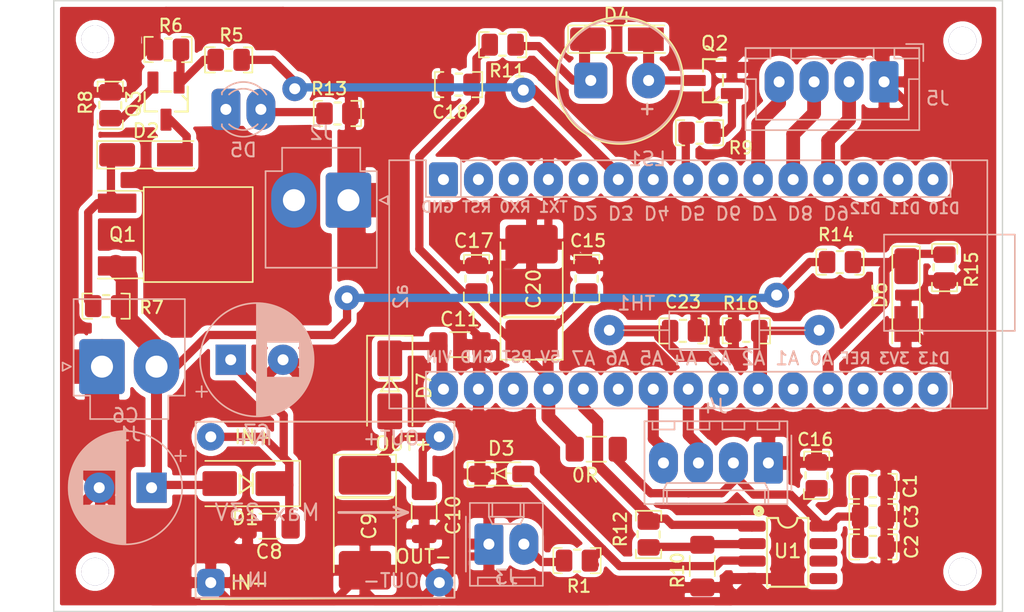
<source format=kicad_pcb>
(kicad_pcb (version 20171130) (host pcbnew "(5.1.10)-1")
  (layers (0 F.Cu signal) (31 B.Cu signal) (34 B.Paste user) (35 F.Paste user) (36 B.SilkS user) (37 F.SilkS user) (38 B.Mask user) (39 F.Mask user) (44 Edge.Cuts user))
  (net 0 "")
  (net 1 /opamp_to_adc)
  (net 2 GND)
  (net 3 /20VDetect)
  (net 4 /env_temp_adc)
  (net 5 /enable_heater)
  (net 6 /enable_env_temp_check)
  (net 7 /sda)
  (net 8 /buzzerPwm)
  (net 9 /scl)
  (net 10 V5.0)
  (net 11 /rot_right)
  (net 12 /V6.0)
  (net 13 /rot_button)
  (net 14 "Net-(C7-Pad1)")
  (net 15 20V)
  (net 16 "Net-(D2-Pad2)")
  (net 17 "Net-(D2-Pad1)")
  (net 18 "Net-(D3-Pad2)")
  (net 19 "Net-(D4-Pad2)")
  (net 20 "Net-(D4-Pad1)")
  (net 21 "Net-(D5-PadK)")
  (net 22 /heaterPower)
  (net 23 /thermal_couple)
  (net 24 "Net-(Q2-PadB)")
  (net 25 "Net-(Q3-PadB)")
  (net 26 "Net-(Q3-PadE)")
  (net 27 "Net-(R10-Pad1)")
  (net 28 "Net-(C10-Pad1)")
  (net 29 /rot_left)
  (net 30 "Net-(a2-Pad1)")
  (net 31 "Net-(a2-Pad17)")
  (net 32 "Net-(a2-Pad2)")
  (net 33 "Net-(a2-Pad18)")
  (net 34 "Net-(a2-Pad3)")
  (net 35 "Net-(a2-Pad20)")
  (net 36 "Net-(a2-Pad5)")
  (net 37 "Net-(a2-Pad7)")
  (net 38 "Net-(a2-Pad9)")
  (net 39 "Net-(a2-Pad25)")
  (net 40 "Net-(a2-Pad28)")
  (net 41 "Net-(a2-Pad13)")
  (net 42 "Net-(a2-Pad14)")
  (net 43 "Net-(a2-Pad15)")
  (net 44 "Net-(a2-Pad16)")
  (module myFootPrintLibs:R_C_0805_2012Metric_Pad1.20x1.50mm_HandSolder (layer F.Cu) (at 36.4 7.2)
    (fp_text reference R11 (at 0.33 1.9) (layer F.SilkS) (effects (font (size 0.9 0.9))))
    (fp_text value 280)
    (pad 1 smd roundrect (at -0.94 0) (size 1.2 1.6) (layers F.Cu F.Paste F.Mask) (roundrect_rratio 0.208) (net 10 V5.0))
    (pad 2 smd roundrect (at 0.94 0) (size 1.2 1.6) (layers F.Cu F.Paste F.Mask) (roundrect_rratio 0.208) (net 20 "Net-(D4-Pad1)"))
  )
  (module myFootPrintLibs:R_C_0805_2012Metric_Pad1.20x1.50mm_HandSolder (layer F.Cu) (at 7.6 26.2)
    (fp_text reference R7 (at 3.3 0.1) (layer F.SilkS) (effects (font (size 0.9 0.9))))
    (fp_text value 2k)
    (pad 1 smd roundrect (at -0.94 0) (size 1.2 1.6) (layers F.Cu F.Paste F.Mask) (roundrect_rratio 0.208) (net 17 "Net-(D2-Pad1)"))
    (pad 2 smd roundrect (at 0.94 0) (size 1.2 1.6) (layers F.Cu F.Paste F.Mask) (roundrect_rratio 0.208) (net 15 20V))
  )
  (module myFootPrintLibs:R_C_0805_2012Metric_Pad1.20x1.50mm_HandSolder (layer F.Cu) (at 34.5 24.2 90)
    (fp_text reference C20 (at -0.75 4.15 90) (layer F.SilkS))
    (fp_text value 100nf)
    (pad 1 smd roundrect (at -0.94 0 90) (size 1.2 1.6) (layers F.Cu F.Paste F.Mask) (roundrect_rratio 0.208) (net 10 V5.0))
    (pad 2 smd roundrect (at 0.94 0 90) (size 1.2 1.6) (layers F.Cu F.Paste F.Mask) (roundrect_rratio 0.208) (net 2 GND))
  )
  (module myFootPrintLibs:R_C_0805_2012Metric_Pad1.20x1.50mm_HandSolder (layer F.Cu) (at 54.1 28 180)
    (fp_text reference R16 (at 0.4 2) (layer F.SilkS) (effects (font (size 0.9 0.9))))
    (fp_text value 2k)
    (pad 1 smd roundrect (at -0.94 0 180) (size 1.2 1.6) (layers F.Cu F.Paste F.Mask) (roundrect_rratio 0.208) (net 4 /env_temp_adc))
    (pad 2 smd roundrect (at 0.94 0 180) (size 1.2 1.6) (layers F.Cu F.Paste F.Mask) (roundrect_rratio 0.208) (net 2 GND))
  )
  (module myFootPrintLibs:R_C_0805_2012Metric_Pad1.20x1.50mm_HandSolder (layer F.Cu) (at 68.5 23.4 270)
    (fp_text reference R15 (at 0.15 -1.95 90) (layer F.SilkS) (effects (font (size 0.9 0.9))))
    (fp_text value 20k)
    (pad 1 smd roundrect (at -0.94 0 270) (size 1.2 1.6) (layers F.Cu F.Paste F.Mask) (roundrect_rratio 0.208) (net 3 /20VDetect))
    (pad 2 smd roundrect (at 0.94 0 270) (size 1.2 1.6) (layers F.Cu F.Paste F.Mask) (roundrect_rratio 0.208) (net 2 GND))
  )
  (module myFootPrintLibs:R_C_0805_2012Metric_Pad1.20x1.50mm_HandSolder (layer F.Cu) (at 60.9 23)
    (fp_text reference R14 (at -0.29 -1.99) (layer F.SilkS) (effects (font (size 0.9 0.9))))
    (fp_text value 75k)
    (pad 1 smd roundrect (at -0.94 0) (size 1.2 1.6) (layers F.Cu F.Paste F.Mask) (roundrect_rratio 0.208) (net 15 20V))
    (pad 2 smd roundrect (at 0.94 0) (size 1.2 1.6) (layers F.Cu F.Paste F.Mask) (roundrect_rratio 0.208) (net 3 /20VDetect))
  )
  (module myFootPrintLibs:R_C_0805_2012Metric_Pad1.20x1.50mm_HandSolder (layer F.Cu) (at 24.4 12.2 180)
    (fp_text reference R13 (at 0.6 1.8) (layer F.SilkS) (effects (font (size 0.9 0.9))))
    (fp_text value 4k)
    (pad 1 smd roundrect (at -0.94 0 180) (size 1.2 1.6) (layers F.Cu F.Paste F.Mask) (roundrect_rratio 0.208) (net 2 GND))
    (pad 2 smd roundrect (at 0.94 0 180) (size 1.2 1.6) (layers F.Cu F.Paste F.Mask) (roundrect_rratio 0.208) (net 21 "Net-(D5-PadK)"))
  )
  (module myFootPrintLibs:R_C_0805_2012Metric_Pad1.20x1.50mm_HandSolder (layer F.Cu) (at 47 42.8 270)
    (fp_text reference R12 (at -0.39 2.05 90) (layer F.SilkS) (effects (font (size 0.9 0.9))))
    (fp_text value 240k)
    (pad 1 smd roundrect (at -0.94 0 270) (size 1.2 1.6) (layers F.Cu F.Paste F.Mask) (roundrect_rratio 0.208) (net 1 /opamp_to_adc))
    (pad 2 smd roundrect (at 0.94 0 270) (size 1.2 1.6) (layers F.Cu F.Paste F.Mask) (roundrect_rratio 0.208) (net 27 "Net-(R10-Pad1)"))
  )
  (module myFootPrintLibs:R_C_0805_2012Metric_Pad1.20x1.50mm_HandSolder (layer F.Cu) (at 50.7 13.6 180)
    (fp_text reference R9 (at -3 -1.1) (layer F.SilkS) (effects (font (size 0.9 0.9))))
    (fp_text value 4k)
    (pad 1 smd roundrect (at -0.94 0 180) (size 1.2 1.6) (layers F.Cu F.Paste F.Mask) (roundrect_rratio 0.208) (net 24 "Net-(Q2-PadB)"))
    (pad 2 smd roundrect (at 0.94 0 180) (size 1.2 1.6) (layers F.Cu F.Paste F.Mask) (roundrect_rratio 0.208) (net 8 /buzzerPwm))
  )
  (module myFootPrintLibs:R_C_0805_2012Metric_Pad1.20x1.50mm_HandSolder (layer F.Cu) (at 7.9 11.6 270)
    (fp_text reference R8 (at -0.2 1.8 90) (layer F.SilkS) (effects (font (size 0.9 0.9))))
    (fp_text value 180)
    (pad 1 smd roundrect (at -0.94 0 270) (size 1.2 1.6) (layers F.Cu F.Paste F.Mask) (roundrect_rratio 0.208) (net 2 GND))
    (pad 2 smd roundrect (at 0.94 0 270) (size 1.2 1.6) (layers F.Cu F.Paste F.Mask) (roundrect_rratio 0.208) (net 26 "Net-(Q3-PadE)"))
  )
  (module myFootPrintLibs:R_C_0805_2012Metric_Pad1.20x1.50mm_HandSolder (layer F.Cu) (at 12.1 7.55 180)
    (fp_text reference R6 (at -0.2 1.75) (layer F.SilkS) (effects (font (size 0.9 0.9))))
    (fp_text value 18k)
    (pad 1 smd roundrect (at -0.94 0 180) (size 1.2 1.6) (layers F.Cu F.Paste F.Mask) (roundrect_rratio 0.208) (net 25 "Net-(Q3-PadB)"))
    (pad 2 smd roundrect (at 0.94 0 180) (size 1.2 1.6) (layers F.Cu F.Paste F.Mask) (roundrect_rratio 0.208) (net 2 GND))
  )
  (module myFootPrintLibs:R_C_0805_2012Metric_Pad1.20x1.50mm_HandSolder (layer F.Cu) (at 16.5 8.3)
    (fp_text reference R5 (at 0.2 -1.8) (layer F.SilkS) (effects (font (size 0.9 0.9))))
    (fp_text value 4k)
    (pad 1 smd roundrect (at -0.94 0) (size 1.2 1.6) (layers F.Cu F.Paste F.Mask) (roundrect_rratio 0.208) (net 25 "Net-(Q3-PadB)"))
    (pad 2 smd roundrect (at 0.94 0) (size 1.2 1.6) (layers F.Cu F.Paste F.Mask) (roundrect_rratio 0.208) (net 5 /enable_heater))
  )
  (module myFootPrintLibs:R_C_0805_2012Metric_Pad1.20x1.50mm_HandSolder (layer F.Cu) (at 41.8 44.7 180)
    (fp_text reference R1 (at -0.14 -1.86) (layer F.SilkS) (effects (font (size 0.9 0.9))))
    (fp_text value 10k)
    (pad 1 smd roundrect (at -0.94 0 180) (size 1.2 1.6) (layers F.Cu F.Paste F.Mask) (roundrect_rratio 0.208) (net 18 "Net-(D3-Pad2)"))
    (pad 2 smd roundrect (at 0.94 0 180) (size 1.2 1.6) (layers F.Cu F.Paste F.Mask) (roundrect_rratio 0.208) (net 23 /thermal_couple))
  )
  (module myFootPrintLibs:R_C_0805_2012Metric_Pad1.20x1.50mm_HandSolder (layer F.Cu) (at 49.5 28)
    (fp_text reference C23 (at 0 -2.1) (layer F.SilkS) (effects (font (size 0.9 0.9))))
    (fp_text value 100nf)
    (pad 1 smd roundrect (at -0.94 0) (size 1.2 1.6) (layers F.Cu F.Paste F.Mask) (roundrect_rratio 0.208) (net 6 /enable_env_temp_check))
    (pad 2 smd roundrect (at 0.94 0) (size 1.2 1.6) (layers F.Cu F.Paste F.Mask) (roundrect_rratio 0.208) (net 2 GND))
  )
  (module myFootPrintLibs:R_C_0805_2012Metric_Pad1.20x1.50mm_HandSolder (layer F.Cu) (at 33.2 10.1 180)
    (fp_text reference C18 (at 0.6 -2) (layer F.SilkS) (effects (font (size 0.9 0.9))))
    (fp_text value 22uf)
    (pad 1 smd roundrect (at -0.94 0 180) (size 1.2 1.6) (layers F.Cu F.Paste F.Mask) (roundrect_rratio 0.208) (net 10 V5.0))
    (pad 2 smd roundrect (at 0.94 0 180) (size 1.2 1.6) (layers F.Cu F.Paste F.Mask) (roundrect_rratio 0.208) (net 2 GND))
  )
  (module myFootPrintLibs:R_C_0805_2012Metric_Pad1.20x1.50mm_HandSolder (layer F.Cu) (at 59.2 38.5 90)
    (fp_text reference C16 (at 2.6 -0.1 180) (layer F.SilkS) (effects (font (size 0.9 0.9))))
    (fp_text value 47uf)
    (pad 1 smd roundrect (at -0.94 0 90) (size 1.2 1.6) (layers F.Cu F.Paste F.Mask) (roundrect_rratio 0.208) (net 10 V5.0))
    (pad 2 smd roundrect (at 0.94 0 90) (size 1.2 1.6) (layers F.Cu F.Paste F.Mask) (roundrect_rratio 0.208) (net 2 GND))
  )
  (module myFootPrintLibs:R_C_0805_2012Metric_Pad1.20x1.50mm_HandSolder (layer F.Cu) (at 42.5 24.2 90)
    (fp_text reference C15 (at 2.75 0.1) (layer F.SilkS) (effects (font (size 0.9 0.9))))
    (fp_text value 22uf)
    (pad 1 smd roundrect (at -0.94 0 90) (size 1.2 1.6) (layers F.Cu F.Paste F.Mask) (roundrect_rratio 0.208) (net 10 V5.0))
    (pad 2 smd roundrect (at 0.94 0 90) (size 1.2 1.6) (layers F.Cu F.Paste F.Mask) (roundrect_rratio 0.208) (net 2 GND))
  )
  (module myFootPrintLibs:R_C_0805_2012Metric_Pad1.20x1.50mm_HandSolder (layer F.Cu) (at 63.3 41.5)
    (fp_text reference C3 (at 2.8 0 90) (layer F.SilkS) (effects (font (size 0.9 0.9))))
    (fp_text value 10nf)
    (pad 1 smd roundrect (at -0.94 0) (size 1.2 1.6) (layers F.Cu F.Paste F.Mask) (roundrect_rratio 0.208) (net 10 V5.0))
    (pad 2 smd roundrect (at 0.94 0) (size 1.2 1.6) (layers F.Cu F.Paste F.Mask) (roundrect_rratio 0.208) (net 2 GND))
  )
  (module myFootPrintLibs:R_C_0805_2012Metric_Pad1.20x1.50mm_HandSolder (layer F.Cu) (at 63.3 43.7)
    (fp_text reference C2 (at 2.8 0 270) (layer F.SilkS) (effects (font (size 0.9 0.9))))
    (fp_text value 100nf)
    (pad 1 smd roundrect (at -0.94 0) (size 1.2 1.6) (layers F.Cu F.Paste F.Mask) (roundrect_rratio 0.208) (net 10 V5.0))
    (pad 2 smd roundrect (at 0.94 0) (size 1.2 1.6) (layers F.Cu F.Paste F.Mask) (roundrect_rratio 0.208) (net 2 GND))
  )
  (module myFootPrintLibs:R_C_0805_2012Metric_Pad1.20x1.50mm_HandSolder (layer F.Cu) (at 63.3 39.3)
    (fp_text reference C1 (at 2.7 0 90) (layer F.SilkS) (effects (font (size 0.9 0.9))))
    (fp_text value 22uf)
    (pad 1 smd roundrect (at -0.94 0) (size 1.2 1.6) (layers F.Cu F.Paste F.Mask) (roundrect_rratio 0.208) (net 10 V5.0))
    (pad 2 smd roundrect (at 0.94 0) (size 1.2 1.6) (layers F.Cu F.Paste F.Mask) (roundrect_rratio 0.208) (net 2 GND))
  )
  (module myFootPrintLibs:Arduino_Nano (layer B.Cu) (at 32.1 17 270)
    (fp_text reference a2 (at 8.5 3.1 270) (layer B.SilkS) (effects (justify mirror)))
    (fp_text value Arduino_Nano_v2.x)
    (fp_text user "D2 D3 D4 D5 D6 D7 D8 D9" (at 2.4 -19.4 180 unlocked) (layer B.SilkS) (effects (font (size 0.96 0.96)) (justify mirror)))
    (fp_text user "D10 D11 D12" (at 2.1 -33.5 180) (layer B.SilkS) (effects (font (size 0.78 0.78)) (justify mirror)))
    (fp_text user "D13 3V3 REF" (at 13 -32.8) (layer B.SilkS) (effects (font (size 0.8 0.8)) (justify mirror)))
    (fp_text user "A0 A1 A2 A3 A4 A5 A6 A7" (at 13 -18.8 unlocked) (layer B.SilkS) (effects (font (size 0.96 0.96)) (justify mirror)))
    (fp_text user "5V RST GND VIN" (at 12.9 -3.6) (layer B.SilkS) (effects (font (size 0.8 0.8)) (justify mirror)))
    (fp_text user "TX1 RX0 RST GND" (at 2 -3.7) (layer B.SilkS) (effects (font (size 0.78 0.78)) (justify mirror)))
    (pad 1 thru_hole roundrect (at 0 0 270) (size 2.5 2.1) (drill 0.8) (layers *.Cu *.Mask) (roundrect_rratio 0.15) (net 30 "Net-(a2-Pad1)"))
    (pad 17 thru_hole oval (at 15.24 -33.02 270) (size 2.5 2.1) (drill 0.8) (layers *.Cu *.Mask) (net 31 "Net-(a2-Pad17)"))
    (pad 2 thru_hole oval (at 0 -2.54 270) (size 2.5 2.1) (drill 0.8) (layers *.Cu *.Mask) (net 32 "Net-(a2-Pad2)"))
    (pad 18 thru_hole oval (at 15.24 -30.48 270) (size 2.5 2.1) (drill 0.8) (layers *.Cu *.Mask) (net 33 "Net-(a2-Pad18)"))
    (pad 3 thru_hole oval (at 0 -5.08 270) (size 2.5 2.1) (drill 0.8) (layers *.Cu *.Mask) (net 34 "Net-(a2-Pad3)"))
    (pad 19 thru_hole oval (at 15.24 -27.94 270) (size 2.5 2.1) (drill 0.8) (layers *.Cu *.Mask) (net 3 /20VDetect))
    (pad 4 thru_hole oval (at 0 -7.62 270) (size 2.5 2.1) (drill 0.8) (layers *.Cu *.Mask) (net 2 GND))
    (pad 20 thru_hole oval (at 15.24 -25.4 270) (size 2.5 2.1) (drill 0.8) (layers *.Cu *.Mask) (net 35 "Net-(a2-Pad20)"))
    (pad 5 thru_hole oval (at 0 -10.16 270) (size 2.5 2.1) (drill 0.8) (layers *.Cu *.Mask) (net 36 "Net-(a2-Pad5)"))
    (pad 21 thru_hole oval (at 15.24 -22.86 270) (size 2.5 2.1) (drill 0.8) (layers *.Cu *.Mask) (net 4 /env_temp_adc))
    (pad 6 thru_hole oval (at 0 -12.7 270) (size 2.5 2.1) (drill 0.8) (layers *.Cu *.Mask) (net 5 /enable_heater))
    (pad 22 thru_hole oval (at 15.24 -20.32 270) (size 2.5 2.1) (drill 0.8) (layers *.Cu *.Mask) (net 6 /enable_env_temp_check))
    (pad 7 thru_hole oval (at 0 -15.24 270) (size 2.5 2.1) (drill 0.8) (layers *.Cu *.Mask) (net 37 "Net-(a2-Pad7)"))
    (pad 23 thru_hole oval (at 15.24 -17.78 270) (size 2.5 2.1) (drill 0.8) (layers *.Cu *.Mask) (net 7 /sda))
    (pad 8 thru_hole oval (at 0 -17.78 270) (size 2.5 2.1) (drill 0.8) (layers *.Cu *.Mask) (net 8 /buzzerPwm))
    (pad 24 thru_hole oval (at 15.24 -15.24 270) (size 2.5 2.1) (drill 0.8) (layers *.Cu *.Mask) (net 9 /scl))
    (pad 9 thru_hole oval (at 0 -20.32 270) (size 2.5 2.1) (drill 0.8) (layers *.Cu *.Mask) (net 38 "Net-(a2-Pad9)"))
    (pad 25 thru_hole oval (at 15.24 -12.7 270) (size 2.5 2.1) (drill 0.8) (layers *.Cu *.Mask) (net 39 "Net-(a2-Pad25)"))
    (pad 10 thru_hole oval (at 0 -22.86 270) (size 2.5 2.1) (drill 0.8) (layers *.Cu *.Mask) (net 13 /rot_button))
    (pad 26 thru_hole oval (at 15.24 -10.16 270) (size 2.5 2.1) (drill 0.8) (layers *.Cu *.Mask) (net 1 /opamp_to_adc))
    (pad 11 thru_hole oval (at 0 -25.4 270) (size 2.5 2.1) (drill 0.8) (layers *.Cu *.Mask) (net 29 /rot_left))
    (pad 27 thru_hole oval (at 15.24 -7.62 270) (size 2.5 2.1) (drill 0.8) (layers *.Cu *.Mask) (net 10 V5.0))
    (pad 12 thru_hole oval (at 0 -27.94 270) (size 2.5 2.1) (drill 0.8) (layers *.Cu *.Mask) (net 11 /rot_right))
    (pad 28 thru_hole oval (at 15.24 -5.08 270) (size 2.5 2.1) (drill 0.8) (layers *.Cu *.Mask) (net 40 "Net-(a2-Pad28)"))
    (pad 13 thru_hole oval (at 0 -30.48 270) (size 2.5 2.1) (drill 0.8) (layers *.Cu *.Mask) (net 41 "Net-(a2-Pad13)"))
    (pad 29 thru_hole oval (at 15.24 -2.54 270) (size 2.5 2.1) (drill 0.8) (layers *.Cu *.Mask) (net 2 GND))
    (pad 14 thru_hole oval (at 0 -33.02 270) (size 2.5 2.1) (drill 0.8) (layers *.Cu *.Mask) (net 42 "Net-(a2-Pad14)"))
    (pad 30 thru_hole oval (at 15.24 0 270) (size 2.5 2.1) (drill 0.8) (layers *.Cu *.Mask) (net 12 /V6.0))
    (pad 15 thru_hole oval (at 0 -35.56 270) (size 2.5 2.1) (drill 0.8) (layers *.Cu *.Mask) (net 43 "Net-(a2-Pad15)"))
    (pad 16 thru_hole oval (at 15.24 -35.56 270) (size 2.5 2.1) (drill 0.8) (layers *.Cu *.Mask) (net 44 "Net-(a2-Pad16)"))
  )
  (module myFootPrintLibs:CP_EIA-7343-20_Kemet-V_Pad2.25x2.55mm_HandSolder (layer F.Cu) (at 26.4 41.9 270)
    (fp_text reference C9 (at 0.3 -0.3 90) (layer F.SilkS))
    (fp_text value 220uf)
    (pad 1 smd roundrect (at -3.4 0 270) (size 2.8 3.8) (layers F.Cu F.Paste F.Mask) (roundrect_rratio 0.111) (net 28 "Net-(C10-Pad1)"))
    (pad 2 smd roundrect (at 3.5 0 270) (size 2.8 3.8) (layers F.Cu F.Paste F.Mask) (roundrect_rratio 0.111) (net 2 GND))
  )
  (module myFootPrintLibs:CP_EIA-7343-20_Kemet-V_Pad2.25x2.55mm_HandSolder (layer F.Cu) (at 38.5 25.2 90)
    (fp_text reference C17 (at 3.75 -4.2) (layer F.SilkS))
    (fp_text value 220uf)
    (pad 2 smd roundrect (at 3.5 0 90) (size 2.8 3.8) (layers F.Cu F.Paste F.Mask) (roundrect_rratio 0.111) (net 2 GND))
    (pad 1 smd roundrect (at -3.4 0 90) (size 2.8 3.8) (layers F.Cu F.Paste F.Mask) (roundrect_rratio 0.111) (net 10 V5.0))
  )
  (module myFootPrintLibs:D_MiniMELF_Handsoldering_Zener (layer F.Cu) (at 10.5 15.2)
    (fp_text reference D2 (at 0 -1.75) (layer F.SilkS))
    (fp_text value 5V)
    (pad 2 smd roundrect (at 2.1 0) (size 2.6 1.7) (layers F.Cu F.Paste F.Mask) (roundrect_rratio 0.02) (net 16 "Net-(D2-Pad2)"))
    (pad 1 smd roundrect (at -2.1 0) (size 2.6 1.7) (layers F.Cu F.Paste F.Mask) (roundrect_rratio 0.15) (net 17 "Net-(D2-Pad1)"))
  )
  (module myFootPrintLibs:D_MiniMELF_Handsoldering_Zener (layer F.Cu) (at 65.7 25.4 270)
    (fp_text reference D6 (at 0 1.9 90) (layer F.SilkS))
    (fp_text value 4v)
    (pad 2 smd roundrect (at 2.1 0 270) (size 2.6 1.7) (layers F.Cu F.Paste F.Mask) (roundrect_rratio 0.02) (net 2 GND))
    (pad 1 smd roundrect (at -2.1 0 270) (size 2.6 1.7) (layers F.Cu F.Paste F.Mask) (roundrect_rratio 0.15) (net 3 /20VDetect))
  )
  (module myFootPrintLibs:D_MiniMELF_Handsoldering_Zener (layer F.Cu) (at 44.7 6.8)
    (fp_text reference D4 (at 0 -1.75) (layer F.SilkS))
    (fp_text value 1N4148)
    (pad 1 smd roundrect (at -2.1 0) (size 2.6 1.7) (layers F.Cu F.Paste F.Mask) (roundrect_rratio 0.15) (net 20 "Net-(D4-Pad1)"))
    (pad 2 smd roundrect (at 2.1 0) (size 2.6 1.7) (layers F.Cu F.Paste F.Mask) (roundrect_rratio 0.02) (net 19 "Net-(D4-Pad2)"))
  )
  (module myFootPrintLibs:D_SOD-323 (layer F.Cu) (at 36.3 38.4)
    (fp_text reference D3 (at 0 -1.85) (layer F.SilkS))
    (fp_text value "1N5819 S4")
    (pad 2 smd roundrect (at 1.6 0) (size 1.6 1.2) (layers F.Cu F.Paste F.Mask) (roundrect_rratio 0.2) (net 18 "Net-(D3-Pad2)"))
    (pad 1 smd roundrect (at -1.55 0) (size 1.6 1.2) (layers F.Cu F.Paste F.Mask) (roundrect_rratio 0.2) (net 2 GND))
  )
  (module myFootPrintLibs:D_SMA_Handsoldering (layer F.Cu) (at 28.2 32 270)
    (fp_text reference D7 (at 0 -2.5 270) (layer F.SilkS))
    (fp_text value 1N4007)
    (pad 2 smd roundrect (at 1.85 0 270) (size 2.6 1.8) (layers F.Cu F.Paste F.Mask) (roundrect_rratio 0.1) (net 28 "Net-(C10-Pad1)"))
    (pad 1 smd roundrect (at -2 0 270) (size 2.6 1.8) (layers F.Cu F.Paste F.Mask) (roundrect_rratio 0.1) (net 12 /V6.0))
  )
  (module myFootPrintLibs:D_SMA_Handsoldering (layer F.Cu) (at 17.7 39.1 180)
    (fp_text reference D1 (at 0 -2.5) (layer F.SilkS))
    (fp_text value 1N4007)
    (pad 1 smd roundrect (at -2 0 180) (size 2.5 1.8) (layers F.Cu F.Paste F.Mask) (roundrect_rratio 0.1) (net 14 "Net-(C7-Pad1)"))
    (pad 2 smd roundrect (at 1.85 0 180) (size 2.5 1.8) (layers F.Cu F.Paste F.Mask) (roundrect_rratio 0.1) (net 15 20V))
  )
  (module Resistor_SMD:R_1206_3216Metric_Pad1.30x1.75mm_HandSolder (layer F.Cu) (at 50.9 45.1 270)
    (fp_text reference R10 (at 0.3 1.8 90) (layer F.SilkS) (effects (font (size 0.9 0.9))))
    (fp_text value 1k)
    (pad 2 smd roundrect (at 1.55 0 270) (size 1.3 1.75) (layers F.Cu F.Paste F.Mask) (roundrect_rratio 0.1923069230769231) (net 2 GND))
    (pad 1 smd roundrect (at -1.55 0 270) (size 1.3 1.75) (layers F.Cu F.Paste F.Mask) (roundrect_rratio 0.1923069230769231) (net 27 "Net-(R10-Pad1)"))
  )
  (module myFootPrintLibs:TO-252-2 (layer F.Cu) (at 12.8 21)
    (fp_text reference Q1 (at -4 0) (layer F.SilkS))
    (fp_text value AOD403_pmosfet)
    (pad D smd roundrect (at 2 0) (size 6.6 6) (layers F.Cu F.Mask) (roundrect_rratio 0.05) (net 22 /heaterPower))
    (pad S smd roundrect (at -4.4 2.28) (size 2.8 1.4) (layers F.Cu F.Paste F.Mask) (roundrect_rratio 0.05) (net 15 20V))
    (pad G smd roundrect (at -4.4 -2.28) (size 2.8 1.4) (layers F.Cu F.Paste F.Mask) (roundrect_rratio 0.05) (net 17 "Net-(D2-Pad1)"))
  )
  (module Capacitor_SMD:C_1206_3216Metric_Pad1.33x1.80mm_HandSolder (layer F.Cu) (at 43.2 36.6 180)
    (fp_text reference 0R (at 0.8 -1.9) (layer F.SilkS))
    (fp_text value C_1206)
    (pad 1 smd roundrect (at -1.5625 0 180) (size 1.325 1.8) (layers F.Cu F.Paste F.Mask) (roundrect_rratio 0.189) (net 10 V5.0))
    (pad 2 smd roundrect (at 1.5625 0 180) (size 1.325 1.8) (layers F.Cu F.Paste F.Mask) (roundrect_rratio 0.189) (net 10 V5.0))
  )
  (module myFootPrintLibs:mini360_dcdc_buck_module (layer B.Cu) (at 23.5 41)
    (fp_text reference a1 hide)
    (fp_text value mini360_dcdc_stepdown)
    (fp_text user IN+ (at -5.2 -5.2) (layer B.SilkS) (effects (justify mirror)))
    (fp_text user IN+ (at -5.2 -5.3 unlocked) (layer F.SilkS))
    (fp_text user OUT- (at 9.3 3.4 unlocked) (layer F.SilkS) (effects (justify right)))
    (fp_text user IN- (at -4 5.3 unlocked) (layer F.SilkS) (effects (justify right)))
    (fp_text user "Max 23V" (at -4.2 0.2) (layer B.SilkS) (effects (font (size 1.2 1.2)) (justify mirror)))
    (fp_text user OUT+ (at 4.8 -5.2) (layer B.SilkS) (effects (justify mirror)))
    (fp_text user IN- (at -5.5 5.1 unlocked) (layer B.SilkS) (effects (justify mirror)))
    (fp_text user OUT- (at 4.8 5.15 unlocked) (layer B.SilkS) (effects (justify mirror)))
    (fp_text user OUT+ (at 5.7 -4.8 unlocked) (layer F.SilkS))
    (pad 2 thru_hole circle (at -8.3 -5.3) (size 2 2) (drill 0.8) (layers *.Cu *.Mask) (net 14 "Net-(C7-Pad1)"))
    (pad 3 thru_hole circle (at 8.3 -5.3) (size 2 2) (drill 0.8) (layers *.Cu *.Mask) (net 28 "Net-(C10-Pad1)"))
    (pad 4 thru_hole circle (at 8.3 5.3) (size 2 2) (drill 0.8) (layers *.Cu *.Mask) (net 2 GND))
    (pad 1 thru_hole roundrect (at -8.3 5.3) (size 2 2) (drill 0.8) (layers *.Cu *.Mask) (net 2 GND))
  )
  (module myFootPrintLibs:SO-8_3.9x4.9mm_P1.27mm (layer F.Cu) (at 57.1 44.1)
    (fp_text reference U1 (at 0 -0.1 180) (layer F.SilkS))
    (fp_text value MCP6002)
    (pad 8 smd roundrect (at 2.6 -1.905) (size 2 0.8) (layers F.Cu F.Paste F.Mask) (net 10 V5.0))
    (pad 7 smd roundrect (at 2.6 -0.635) (size 2 0.8) (layers F.Cu F.Paste F.Mask))
    (pad 6 smd roundrect (at 2.6 0.635) (size 2 0.8) (layers F.Cu F.Paste F.Mask))
    (pad 5 smd roundrect (at 2.6 1.905) (size 2 0.8) (layers F.Cu F.Paste F.Mask))
    (pad 4 smd roundrect (at -2.6 1.905) (size 2 0.8) (layers F.Cu F.Paste F.Mask) (net 2 GND))
    (pad 3 smd roundrect (at -2.6 0.635) (size 2 0.8) (layers F.Cu F.Paste F.Mask) (net 18 "Net-(D3-Pad2)"))
    (pad 2 smd roundrect (at -2.6 -0.635) (size 2 0.8) (layers F.Cu F.Paste F.Mask) (net 27 "Net-(R10-Pad1)"))
    (pad 1 smd roundrect (at -2.6 -1.905) (size 2 0.8) (layers F.Cu F.Paste F.Mask) (net 1 /opamp_to_adc))
  )
  (module Resistor_THT:R_Axial_DIN0207_L6.3mm_D2.5mm_P15.24mm_Horizontal (layer B.Cu) (at 44.15 27.95)
    (fp_text reference TH1 (at 1.95 -1.95 180) (layer B.SilkS) (effects (justify mirror)))
    (fp_text value "Thermistor_NTC 10k")
    (pad 2 thru_hole circle (at 15.24 0) (size 2.2 2.2) (drill 0.8) (layers *.Cu *.Mask) (net 4 /env_temp_adc))
    (pad 1 thru_hole circle (at 0 0) (size 2.2 2.2) (drill 0.8) (layers *.Cu *.Mask) (net 6 /enable_env_temp_check))
  )
  (module myFootPrintLibs:Molex_KK-254_AE-6410-02A_1x02_P2.54mm_Vertical (layer B.Cu) (at 35.4 43.5)
    (fp_text reference J3 (at 1.27 2.4) (layer B.SilkS) (effects (justify mirror)))
    (fp_text value "Thermo JST_2.54_1X02")
    (pad 1 thru_hole roundrect (at 0 0) (size 2.1 3) (drill 0.8) (layers *.Cu *.Mask) (roundrect_rratio 0.144) (net 2 GND))
    (pad 2 thru_hole oval (at 2.54 0) (size 2.1 3) (drill 0.8) (layers *.Cu *.Mask) (net 23 /thermal_couple))
  )
  (module myFootPrintLibs:CP_Radial_D8.0mm_P3.80mm (layer B.Cu) (at 16.65 30.1)
    (fp_text reference C7 (at 1.9 5.25 180) (layer B.SilkS) (effects (justify mirror)))
    (fp_text value 470uf)
    (pad 2 thru_hole circle (at 3.8 0) (size 2.2 2.2) (drill 0.8) (layers *.Cu *.Mask) (net 2 GND))
    (pad 1 thru_hole rect (at 0 0) (size 2.2 2.2) (drill 0.8) (layers *.Cu *.Mask) (net 14 "Net-(C7-Pad1)"))
  )
  (module myFootPrintLibs:CP_Radial_D8.0mm_P3.80mm (layer B.Cu) (at 10.9 39.4 180)
    (fp_text reference C6 (at 1.9 5.25 180) (layer B.SilkS) (effects (justify mirror)))
    (fp_text value 470uf)
    (pad 2 thru_hole circle (at 3.8 0 180) (size 2.2 2.2) (drill 0.8) (layers *.Cu *.Mask) (net 2 GND))
    (pad 1 thru_hole rect (at 0 0 180) (size 2.2 2.2) (drill 0.8) (layers *.Cu *.Mask) (net 15 20V))
  )
  (module myFootPrintLibs:JST_VH_B2P-VH-B_1x02_P3.96mm_Vertical (layer B.Cu) (at 7.3 30.6)
    (fp_text reference J1 (at 1.98 4.9) (layer B.SilkS) (effects (justify mirror)))
    (fp_text value "VH3.96_1X02 20V Power")
    (pad 2 thru_hole oval (at 3.96 0) (size 3.3 4) (drill 1.6) (layers *.Cu *.Mask) (net 15 20V))
    (pad 1 thru_hole roundrect (at 0 0) (size 3.3 4) (drill 1.6) (layers *.Cu *.Mask) (roundrect_rratio 0.093) (net 2 GND))
  )
  (module myFootPrintLibs:JST_VH_B2P-VH-B_1x02_P3.96mm_Vertical (layer B.Cu) (at 25.2 18.5 180)
    (fp_text reference J2 (at 1.98 4.9) (layer B.SilkS) (effects (justify mirror)))
    (fp_text value "Heater VH3.96_1X02")
    (pad 2 thru_hole oval (at 3.96 0 180) (size 3.3 4) (drill 1.6) (layers *.Cu *.Mask) (net 22 /heaterPower))
    (pad 1 thru_hole roundrect (at 0 0 180) (size 3.3 4) (drill 1.6) (layers *.Cu *.Mask) (roundrect_rratio 0.093) (net 2 GND))
  )
  (module myFootPrintLibs:Molex_KK-254_AE-6410-04A_1x04_P2.54mm_Vertical (layer B.Cu) (at 55.7 37.6 180)
    (fp_text reference J4 (at 3.81 4.12) (layer B.SilkS) (effects (justify mirror)))
    (fp_text value JST_2.54_1X04_LCD)
    (pad 4 thru_hole oval (at 7.62 0 180) (size 2.1 3) (drill 0.8) (layers *.Cu *.Mask) (net 9 /scl))
    (pad 3 thru_hole oval (at 5.08 0 180) (size 2.1 3) (drill 0.8) (layers *.Cu *.Mask) (net 7 /sda))
    (pad 2 thru_hole oval (at 2.54 0 180) (size 2.1 3) (drill 0.8) (layers *.Cu *.Mask) (net 10 V5.0))
    (pad 1 thru_hole roundrect (at 0 0 180) (size 2.1 3) (drill 0.8) (layers *.Cu *.Mask) (roundrect_rratio 0.144) (net 2 GND))
  )
  (module myFootPrintLibs:JST_XH_1x04_P2.54mm_Vertical (layer B.Cu) (at 64.1 9.9 180)
    (fp_text reference J5 (at -3.9 -1.2 180) (layer B.SilkS) (effects (justify mirror)))
    (fp_text value XH2.54_1X04_RotaryEnc)
    (pad 4 thru_hole oval (at 7.62 0 180) (size 2.1 3) (drill 0.8) (layers *.Cu *.Mask) (net 13 /rot_button))
    (pad 3 thru_hole oval (at 5.08 0 180) (size 2.1 3) (drill 0.8) (layers *.Cu *.Mask) (net 29 /rot_left))
    (pad 1 thru_hole roundrect (at 0 0 180) (size 2.1 3) (drill 0.8) (layers *.Cu *.Mask) (roundrect_rratio 0.147) (net 2 GND))
    (pad 2 thru_hole oval (at 2.54 0 180) (size 2.1 3) (drill 0.8) (layers *.Cu *.Mask) (net 11 /rot_right))
  )
  (module myFootPrintLibs:SOT-23_PNP_NPN (layer F.Cu) (at 11.95 11.3 270)
    (fp_text reference Q3 (at 0.2 2.35 90) (layer F.SilkS))
    (fp_text value S8050)
    (pad B smd roundrect (at -1.35 -0.95 270) (size 1.6 0.8) (layers F.Cu F.Paste F.Mask) (roundrect_rratio 0.1) (net 25 "Net-(Q3-PadB)"))
    (pad E smd roundrect (at -1.35 0.95 270) (size 1.6 0.8) (layers F.Cu F.Paste F.Mask) (roundrect_rratio 0.1) (net 26 "Net-(Q3-PadE)"))
    (pad C smd roundrect (at 1.35 0 270) (size 1.6 0.8) (layers F.Cu F.Paste F.Mask) (roundrect_rratio 0.1) (net 16 "Net-(D2-Pad2)"))
  )
  (module myFootPrintLibs:SOT-23_PNP_NPN (layer F.Cu) (at 51.7 9.8 180)
    (fp_text reference Q2 (at -0.1 2.7) (layer F.SilkS))
    (fp_text value S8050)
    (pad B smd roundrect (at -1.35 -0.95 180) (size 1.6 0.8) (layers F.Cu F.Paste F.Mask) (roundrect_rratio 0.1) (net 24 "Net-(Q2-PadB)"))
    (pad E smd roundrect (at -1.35 0.95 180) (size 1.6 0.8) (layers F.Cu F.Paste F.Mask) (roundrect_rratio 0.1) (net 2 GND))
    (pad C smd roundrect (at 1.35 0 180) (size 1.6 0.8) (layers F.Cu F.Paste F.Mask) (roundrect_rratio 0.1) (net 19 "Net-(D4-Pad2)"))
  )
  (module myFootPrintLibs:Buzzer_9x4.2 (layer B.Cu) (at 44.9 9.8)
    (fp_text reference LS1 (at 2 5.7) (layer B.SilkS) (effects (justify mirror)))
    (fp_text value Speaker)
    (fp_text user + (at 2 2) (layer F.SilkS))
    (fp_text user + (at 2 2) (layer B.SilkS) (effects (justify mirror)))
    (pad 1 thru_hole roundrect (at -2.1 0) (size 2.4 2.6) (drill 0.8) (layers *.Cu *.Mask) (roundrect_rratio 0.18) (net 20 "Net-(D4-Pad1)"))
    (pad 2 thru_hole oval (at 2.1 0) (size 2.4 2.6) (drill 0.8) (layers *.Cu *.Mask) (net 19 "Net-(D4-Pad2)"))
  )
  (module myFootPrintLibs:MountingHole_2.0mm (layer F.Cu) (at 69.8 6.9)
    (fp_text reference H4 hide)
    (fp_text value MountingHole hide)
    (pad "" thru_hole circle (at 0 0) (size 2 2) (drill 2) (layers *.Cu *.Mask))
  )
  (module myFootPrintLibs:MountingHole_2.0mm (layer F.Cu) (at 6.8 6.8)
    (fp_text reference H3 hide)
    (fp_text value MountingHole hide)
    (pad "" thru_hole circle (at 0 0) (size 2 2) (drill 2) (layers *.Cu *.Mask))
  )
  (module myFootPrintLibs:MountingHole_2.0mm (layer F.Cu) (at 6.8 45.5)
    (fp_text reference H2 hide)
    (fp_text value MountingHole hide)
    (pad "" thru_hole circle (at 0 0) (size 2 2) (drill 2) (layers *.Cu *.Mask))
  )
  (module myFootPrintLibs:MountingHole_2.0mm (layer F.Cu) (at 69.8 45.5)
    (fp_text reference H1 hide)
    (fp_text value MountingHole hide)
    (pad "" thru_hole circle (at 0 0) (size 2 2) (drill 2) (layers *.Cu *.Mask))
  )
  (module myFootPrintLibs:LED_D3.0mm (layer B.Cu) (at 16.3 11.9)
    (fp_text reference D5 (at 1.27 2.96) (layer B.SilkS) (effects (justify mirror)))
    (fp_text value LED hide)
    (pad K thru_hole oval (at 2.54 0) (size 2.1 3) (drill 0.8) (layers *.Cu *.Mask) (net 21 "Net-(D5-PadK)"))
    (pad A thru_hole roundrect (at 0 0) (size 2.1 3) (drill 0.8) (layers *.Cu *.Mask) (roundrect_rratio 0.22) (net 22 /heaterPower))
  )
  (module Capacitor_SMD:C_1206_3216Metric_Pad1.33x1.80mm_HandSolder (layer F.Cu) (at 33.3 29)
    (fp_text reference C11 (at 0 -1.85) (layer F.SilkS))
    (fp_text value 47uf)
    (pad 2 smd roundrect (at 1.5625 0) (size 1.325 1.8) (layers F.Cu F.Paste F.Mask) (roundrect_rratio 0.1886769811320755) (net 2 GND))
    (pad 1 smd roundrect (at -1.5625 0) (size 1.325 1.8) (layers F.Cu F.Paste F.Mask) (roundrect_rratio 0.1886769811320755) (net 12 /V6.0))
  )
  (module Capacitor_SMD:C_1206_3216Metric_Pad1.33x1.80mm_HandSolder (layer F.Cu) (at 30.7 41.2 270)
    (fp_text reference C10 (at 0.2 -2.1 90) (layer F.SilkS))
    (fp_text value 22uf)
    (pad 2 smd roundrect (at 1.5625 0 270) (size 1.325 1.8) (layers F.Cu F.Paste F.Mask) (roundrect_rratio 0.1886769811320755) (net 2 GND))
    (pad 1 smd roundrect (at -1.5625 0 270) (size 1.325 1.8) (layers F.Cu F.Paste F.Mask) (roundrect_rratio 0.1886769811320755) (net 28 "Net-(C10-Pad1)"))
  )
  (module Capacitor_SMD:C_1206_3216Metric_Pad1.33x1.80mm_HandSolder (layer F.Cu) (at 19.4375 42.2 180)
    (fp_text reference C8 (at 0 -1.85) (layer F.SilkS))
    (fp_text value 22uf)
    (pad 2 smd roundrect (at 1.5625 0 180) (size 1.325 1.8) (layers F.Cu F.Paste F.Mask) (roundrect_rratio 0.1886769811320755) (net 2 GND))
    (pad 1 smd roundrect (at -1.5625 0 180) (size 1.325 1.8) (layers F.Cu F.Paste F.Mask) (roundrect_rratio 0.1886769811320755) (net 14 "Net-(C7-Pad1)"))
  )
  (gr_line (start 72.7 4) (end 72.7 48.4) (layer Edge.Cuts) (width 0.1))
  (gr_line (start 3.8 4) (end 72.7 4) (layer Edge.Cuts) (width 0.1))
  (gr_line (start 3.8 48.4) (end 3.8 4) (layer Edge.Cuts) (width 0.1))
  (gr_line (start 72.7 48.4) (end 3.8 48.4) (layer Edge.Cuts) (width 0.1))
  (segment (start 42.3 32.48) (end 42.26 32.44) (width 0.6) (layer F.Cu) (net 1))
  (segment (start 54.495 42.3) (end 54.5 42.295) (width 0.6) (layer F.Cu) (net 1))
  (segment (start 48.255 41.65) (end 48.705 42.1) (width 0.6) (layer F.Cu) (net 1))
  (segment (start 47.25 41.65) (end 48.255 41.65) (width 0.6) (layer F.Cu) (net 1))
  (segment (start 48.705 42.1) (end 54.4 42.1) (width 0.6) (layer F.Cu) (net 1))
  (segment (start 54.4 42.1) (end 54.5 42.2) (width 0.6) (layer F.Cu) (net 1))
  (segment (start 47.2 41.65) (end 47.25 41.65) (width 0.8) (layer F.Cu) (net 1))
  (segment (start 43.29999 37.74999) (end 47.2 41.65) (width 0.8) (layer F.Cu) (net 1))
  (segment (start 43.29999 34.59999) (end 43.29999 37.74999) (width 0.8) (layer F.Cu) (net 1))
  (segment (start 42.26 33.56) (end 43.29999 34.59999) (width 0.8) (layer F.Cu) (net 1))
  (segment (start 42.26 32.44) (end 42.26 33.56) (width 0.8) (layer F.Cu) (net 1))
  (segment (start 26.1 19.6) (end 26.1 20.2) (width 0.6) (layer F.Cu) (net 2))
  (segment (start 7.3 39.6) (end 7.1 39.8) (width 0.6) (layer F.Cu) (net 2))
  (segment (start 7.3 29.6) (end 7.3 39.6) (width 2) (layer F.Cu) (net 2))
  (segment (start 7.1 39.8) (end 7.1 40.6) (width 0.6) (layer F.Cu) (net 2))
  (segment (start 34.9 32.18) (end 34.64 32.44) (width 0.6) (layer F.Cu) (net 2))
  (segment (start 34.75 29.45) (end 34.75 32.2675) (width 0.8) (layer F.Cu) (net 2))
  (segment (start 50.5 28) (end 53 28) (width 0.6) (layer F.Cu) (net 2))
  (segment (start 39.72 21.28) (end 39.5 21.5) (width 0.6) (layer F.Cu) (net 2))
  (segment (start 39.72 17.2) (end 39.72 21.28) (width 0.6) (layer F.Cu) (net 2))
  (segment (start 39.7 17.18) (end 39.72 17.2) (width 0.6) (layer F.Cu) (net 2))
  (segment (start 55.7 37.6) (end 58.6 37.6) (width 0.6) (layer F.Cu) (net 2))
  (segment (start 68.5 26.4) (end 68.5 24.4) (width 0.6) (layer F.Cu) (net 2))
  (segment (start 67.4 27.5) (end 68.5 26.4) (width 0.6) (layer F.Cu) (net 2))
  (segment (start 65.7 27.5) (end 67.4 27.5) (width 0.6) (layer F.Cu) (net 2))
  (segment (start 12.8 46.3) (end 15.2 46.3) (width 0.6) (layer F.Cu) (net 2))
  (segment (start 7.1 40.6) (end 12.8 46.3) (width 0.6) (layer F.Cu) (net 2))
  (segment (start 7.1 39.4) (end 7.1 40.6) (width 0.6) (layer F.Cu) (net 2))
  (segment (start 7.1 40.6) (end 9.3 42.8) (width 0.6) (layer F.Cu) (net 2))
  (segment (start 27.14999 47.64999) (end 26.3 46.8) (width 0.6) (layer F.Cu) (net 2))
  (segment (start 30.45001 47.64999) (end 27.14999 47.64999) (width 0.6) (layer F.Cu) (net 2))
  (segment (start 26.3 46.8) (end 26.3 44.9) (width 0.6) (layer F.Cu) (net 2))
  (segment (start 31.8 46.3) (end 30.45001 47.64999) (width 0.6) (layer F.Cu) (net 2))
  (segment (start 33.7 44.4) (end 31.8 46.3) (width 0.6) (layer F.Cu) (net 2))
  (segment (start 34.5 44.4) (end 33.7 44.4) (width 0.6) (layer F.Cu) (net 2))
  (segment (start 30.7 45.2) (end 31.8 46.3) (width 0.6) (layer F.Cu) (net 2))
  (segment (start 30.7 42.7625) (end 30.7 45.2) (width 0.6) (layer F.Cu) (net 2))
  (segment (start 10.5 7.6) (end 7.9 10.2) (width 0.6) (layer F.Cu) (net 2))
  (segment (start 10.5 6.2) (end 10.5 7.6) (width 0.6) (layer F.Cu) (net 2))
  (segment (start 11.94999 4.75001) (end 10.5 6.2) (width 0.6) (layer F.Cu) (net 2))
  (segment (start 20.45001 4.75001) (end 11.94999 4.75001) (width 0.6) (layer F.Cu) (net 2))
  (segment (start 25.5 12.4) (end 25.6 12.3) (width 0.6) (layer F.Cu) (net 2))
  (segment (start 24.9 18.6) (end 27.6 18.6) (width 2) (layer F.Cu) (net 2))
  (segment (start 24.15001 47.64999) (end 26.9 44.9) (width 0.6) (layer F.Cu) (net 2))
  (segment (start 15.2 46.3) (end 16.54999 47.64999) (width 0.6) (layer F.Cu) (net 2))
  (segment (start 9.3 42.3) (end 17.5375 42.3) (width 0.6) (layer F.Cu) (net 2))
  (segment (start 15.2 44.6375) (end 15.2 46.64999) (width 0.6) (layer F.Cu) (net 2))
  (segment (start 17.5375 42.3) (end 15.2 44.6375) (width 0.6) (layer F.Cu) (net 2))
  (segment (start 64.35 39.3) (end 64.35 43.7) (width 0.8) (layer F.Cu) (net 2))
  (segment (start 64.3 39.3) (end 64.3 37.6) (width 0.6) (layer F.Cu) (net 2))
  (segment (start 64.3 37.6) (end 55.7 37.6) (width 0.6) (layer F.Cu) (net 2))
  (segment (start 30.9375 43) (end 30.7 42.7625) (width 0.6) (layer F.Cu) (net 2))
  (segment (start 31.1 43) (end 30.9375 43) (width 0.6) (layer F.Cu) (net 2))
  (segment (start 35.05 39.05) (end 31.1 43) (width 0.6) (layer F.Cu) (net 2))
  (segment (start 35.05 38.4) (end 35.05 39.05) (width 0.6) (layer F.Cu) (net 2))
  (segment (start 25.6 9.9) (end 20.45001 4.75001) (width 0.6) (layer F.Cu) (net 2))
  (segment (start 25.6 12.3) (end 25.6 9.9) (width 0.6) (layer F.Cu) (net 2))
  (segment (start 45.3 23.2) (end 42.5 23.2) (width 0.6) (layer F.Cu) (net 2))
  (segment (start 41 21.7) (end 42.5 23.2) (width 0.6) (layer F.Cu) (net 2))
  (segment (start 38.5 21.7) (end 41 21.7) (width 0.6) (layer F.Cu) (net 2))
  (segment (start 37 23.2) (end 38.5 21.7) (width 0.6) (layer F.Cu) (net 2))
  (segment (start 34.5 23.2) (end 37 23.2) (width 0.6) (layer F.Cu) (net 2))
  (segment (start 52.95501 47.64999) (end 33.14999 47.64999) (width 0.6) (layer F.Cu) (net 2))
  (segment (start 54.5 46.105) (end 52.95501 47.64999) (width 0.6) (layer F.Cu) (net 2))
  (segment (start 55.495 47.1) (end 54.5 46.105) (width 0.6) (layer F.Cu) (net 2))
  (segment (start 58.522192 47.1) (end 55.495 47.1) (width 0.6) (layer F.Cu) (net 2))
  (segment (start 58.527202 47.10501) (end 58.522192 47.1) (width 0.6) (layer F.Cu) (net 2))
  (segment (start 33.14999 47.64999) (end 31.8 46.3) (width 0.6) (layer F.Cu) (net 2))
  (segment (start 60.877808 47.1) (end 60.872798 47.10501) (width 0.6) (layer F.Cu) (net 2))
  (segment (start 62.8 47.1) (end 60.877808 47.1) (width 0.6) (layer F.Cu) (net 2))
  (segment (start 60.872798 47.10501) (end 58.527202 47.10501) (width 0.6) (layer F.Cu) (net 2))
  (segment (start 64.4 45.5) (end 62.8 47.1) (width 0.6) (layer F.Cu) (net 2))
  (segment (start 64.4 43.8) (end 64.4 45.5) (width 0.6) (layer F.Cu) (net 2))
  (segment (start 64.3 43.7) (end 64.4 43.8) (width 0.6) (layer F.Cu) (net 2))
  (segment (start 64.6 10.1) (end 64.7 10.2) (width 0.6) (layer F.Cu) (net 2))
  (segment (start 70.00001 23.69999) (end 69.3 24.4) (width 0.6) (layer F.Cu) (net 2))
  (segment (start 64.5 10.2) (end 70.00001 15.70001) (width 0.6) (layer F.Cu) (net 2))
  (segment (start 70.00001 15.70001) (end 70.00001 23.69999) (width 0.6) (layer F.Cu) (net 2))
  (segment (start 64 10.1) (end 64.1 10.2) (width 0.6) (layer F.Cu) (net 2))
  (segment (start 64 8.4) (end 64 10.1) (width 0.6) (layer F.Cu) (net 2))
  (segment (start 69.3 24.4) (end 68.5 24.4) (width 0.6) (layer F.Cu) (net 2))
  (segment (start 64.1 10.2) (end 64.5 10.2) (width 0.6) (layer F.Cu) (net 2))
  (segment (start 54.8 6.7) (end 62.3 6.7) (width 0.6) (layer F.Cu) (net 2))
  (segment (start 62.3 6.7) (end 64 8.4) (width 0.6) (layer F.Cu) (net 2))
  (segment (start 53.05 8.45) (end 54.8 6.7) (width 0.6) (layer F.Cu) (net 2))
  (segment (start 53.05 8.85) (end 53.05 8.45) (width 0.6) (layer F.Cu) (net 2))
  (segment (start 11 47.65) (end 44 47.65) (width 0.6) (layer F.Cu) (net 2))
  (segment (start 16.54999 47.64999) (end 17.25001 47.64999) (width 0.6) (layer F.Cu) (net 2))
  (segment (start 17.25001 47.64999) (end 24.15001 47.64999) (width 0.6) (layer F.Cu) (net 2))
  (segment (start 27.8 26.1) (end 27.8 18.8) (width 0.6) (layer F.Cu) (net 2))
  (segment (start 23.6 30.3) (end 27.8 26.1) (width 0.6) (layer F.Cu) (net 2))
  (segment (start 27.8 18.8) (end 27.6 18.6) (width 0.6) (layer F.Cu) (net 2))
  (segment (start 20.45 30.3) (end 23.6 30.3) (width 0.6) (layer F.Cu) (net 2))
  (segment (start 34.8625 29.325) (end 34.9 29.3625) (width 0.6) (layer F.Cu) (net 2))
  (segment (start 34.8625 28.6) (end 34.8625 29.325) (width 0.6) (layer F.Cu) (net 2))
  (segment (start 27.8125 21.55) (end 34.8625 28.6) (width 0.6) (layer F.Cu) (net 2))
  (segment (start 27.8 21.55) (end 27.8125 21.55) (width 0.6) (layer F.Cu) (net 2))
  (segment (start 69.41001 33.164877) (end 64.974887 37.6) (width 0.6) (layer F.Cu) (net 2))
  (segment (start 69.41001 31.315123) (end 69.41001 33.164877) (width 0.6) (layer F.Cu) (net 2))
  (segment (start 64.974887 37.6) (end 64.3 37.6) (width 0.6) (layer F.Cu) (net 2))
  (segment (start 69.4 31.305113) (end 69.41001 31.315123) (width 0.6) (layer F.Cu) (net 2))
  (segment (start 69.4 31.2) (end 69.4 31.305113) (width 0.6) (layer F.Cu) (net 2))
  (segment (start 65.7 27.5) (end 69.4 31.2) (width 0.6) (layer F.Cu) (net 2))
  (segment (start 68.5 22.4) (end 68 22.4) (width 0.6) (layer F.Cu) (net 3))
  (segment (start 66.6 22.4) (end 65.7 23.3) (width 0.6) (layer F.Cu) (net 3))
  (segment (start 68.5 22.4) (end 66.6 22.4) (width 0.6) (layer F.Cu) (net 3))
  (segment (start 61.9 23.2) (end 61.9 23) (width 0.6) (layer F.Cu) (net 3))
  (segment (start 61.7 23.4) (end 61.9 23.2) (width 0.6) (layer F.Cu) (net 3))
  (segment (start 65.4 23) (end 65.7 23.3) (width 0.6) (layer F.Cu) (net 3))
  (segment (start 61.9 23) (end 65.4 23) (width 0.6) (layer F.Cu) (net 3))
  (segment (start 64.1 23.6) (end 64.9 22.8) (width 0.8) (layer F.Cu) (net 3))
  (segment (start 64.1 25.838528) (end 64.1 23.6) (width 0.8) (layer F.Cu) (net 3))
  (segment (start 64.04999 25.888538) (end 64.1 25.838528) (width 0.8) (layer F.Cu) (net 3))
  (segment (start 64.04999 26.00001) (end 64.04999 25.888538) (width 0.8) (layer F.Cu) (net 3))
  (segment (start 60.04 30.01) (end 64.04999 26.00001) (width 0.8) (layer F.Cu) (net 3))
  (segment (start 60.04 32.44) (end 60.04 30.01) (width 0.8) (layer F.Cu) (net 3))
  (segment (start 55 28) (end 59.34 28) (width 0.6) (layer F.Cu) (net 4))
  (segment (start 55.1 28.1) (end 55 28) (width 0.6) (layer F.Cu) (net 4))
  (segment (start 55.1 32.3) (end 55.1 28.1) (width 1) (layer F.Cu) (net 4))
  (segment (start 54.96 32.44) (end 55.1 32.3) (width 0.6) (layer F.Cu) (net 4))
  (via (at 21.3 10.4) (size 1.8) (drill 0.8) (layers F.Cu B.Cu) (net 5))
  (via (at 37.9 10.5) (size 1.8) (drill 0.8) (layers F.Cu B.Cu) (net 5))
  (segment (start 38.2 10.3) (end 21.3 10.3) (width 0.6) (layer B.Cu) (net 5))
  (segment (start 19.7 8.3) (end 17.5 8.3) (width 0.6) (layer F.Cu) (net 5))
  (segment (start 21.2 9.8) (end 19.7 8.3) (width 0.6) (layer F.Cu) (net 5))
  (segment (start 21.3 9.8) (end 21.2 9.8) (width 0.6) (layer F.Cu) (net 5))
  (segment (start 38.3 10.3) (end 38.3 10.1) (width 0.6) (layer F.Cu) (net 5))
  (segment (start 44.8 17.2) (end 44.8 16.8) (width 0.6) (layer F.Cu) (net 5))
  (segment (start 38.6 10.5) (end 37.9 10.5) (width 0.8) (layer F.Cu) (net 5))
  (segment (start 44.85 16.75) (end 38.6 10.5) (width 0.8) (layer F.Cu) (net 5))
  (segment (start 44.1 28) (end 47.7 28) (width 0.8) (layer F.Cu) (net 6))
  (segment (start 48.5 28) (end 47.7 28) (width 0.6) (layer F.Cu) (net 6))
  (segment (start 52.42 30.92) (end 52.42 32.44) (width 0.8) (layer F.Cu) (net 6))
  (segment (start 51.35 29.85) (end 52.42 30.92) (width 0.8) (layer F.Cu) (net 6))
  (segment (start 49.25 29.85) (end 51.35 29.85) (width 0.8) (layer F.Cu) (net 6))
  (segment (start 47.8 28.4) (end 49.25 29.85) (width 0.8) (layer F.Cu) (net 6))
  (segment (start 47.8 28) (end 47.8 28.4) (width 0.8) (layer F.Cu) (net 6))
  (segment (start 49.88 32.44) (end 50.1 32.66) (width 0.6) (layer F.Cu) (net 7))
  (segment (start 50.62 37.4) (end 50.42 37.6) (width 0.6) (layer F.Cu) (net 7))
  (segment (start 50.62 36.32) (end 50.62 37.4) (width 0.6) (layer F.Cu) (net 7))
  (segment (start 49.88 35.58) (end 50.62 36.32) (width 0.8) (layer F.Cu) (net 7))
  (segment (start 49.88 32.44) (end 49.88 35.58) (width 0.8) (layer F.Cu) (net 7))
  (segment (start 49.7 17.02) (end 49.88 17.2) (width 0.6) (layer F.Cu) (net 8))
  (segment (start 49.9 17.18) (end 49.88 17.2) (width 0.6) (layer F.Cu) (net 8))
  (segment (start 49.7 13.6) (end 49.7 17.18) (width 0.6) (layer F.Cu) (net 8))
  (segment (start 47.54 32.64) (end 47.34 32.44) (width 0.6) (layer F.Cu) (net 9))
  (segment (start 48.08 37.6) (end 47.88 37.6) (width 0.6) (layer F.Cu) (net 9))
  (segment (start 48.1 36.6) (end 48.1 37.6) (width 0.6) (layer F.Cu) (net 9))
  (segment (start 47.34 35.84) (end 48.1 36.6) (width 0.8) (layer F.Cu) (net 9))
  (segment (start 47.34 32.44) (end 47.34 35.84) (width 0.8) (layer F.Cu) (net 9))
  (segment (start 41.7375 36.3075) (end 41.7375 36.4) (width 0.6) (layer F.Cu) (net 10))
  (segment (start 39.72 34.29) (end 41.7375 36.3075) (width 1) (layer F.Cu) (net 10))
  (segment (start 39.72 32.44) (end 39.72 34.29) (width 1) (layer F.Cu) (net 10))
  (segment (start 41.7375 36.5625) (end 41.7375 36.4) (width 0.6) (layer F.Cu) (net 10))
  (segment (start 53.16 38.94) (end 53.16 37.6) (width 0.6) (layer F.Cu) (net 10))
  (segment (start 52.29999 39.80001) (end 53.16 38.94) (width 0.6) (layer F.Cu) (net 10))
  (segment (start 49.895123 39.80001) (end 52.29999 39.80001) (width 0.6) (layer F.Cu) (net 10))
  (segment (start 49.895113 39.8) (end 49.895123 39.80001) (width 0.6) (layer F.Cu) (net 10))
  (segment (start 47.155113 39.8) (end 49.895113 39.8) (width 0.6) (layer F.Cu) (net 10))
  (segment (start 44.6625 37.307387) (end 47.155113 39.8) (width 0.6) (layer F.Cu) (net 10))
  (segment (start 44.6625 36.4) (end 44.6625 37.307387) (width 0.6) (layer F.Cu) (net 10))
  (segment (start 62.25 39.3) (end 62.25 43.7) (width 0.8) (layer F.Cu) (net 10))
  (segment (start 39.5 32.22) (end 39.72 32.44) (width 0.6) (layer F.Cu) (net 10))
  (segment (start 39.7 28.6) (end 39.7 32.42) (width 0.8) (layer F.Cu) (net 10))
  (segment (start 39.72 32.44) (end 39.72 31.42) (width 0.6) (layer F.Cu) (net 10))
  (segment (start 42.5 25.4) (end 39.5 28.4) (width 0.6) (layer F.Cu) (net 10))
  (segment (start 34.5 25.4) (end 34.1 25.8) (width 0.6) (layer F.Cu) (net 10))
  (segment (start 34.5 25.2) (end 34.5 25.4) (width 0.6) (layer F.Cu) (net 10))
  (segment (start 39.72 31.42) (end 34.1 25.8) (width 0.6) (layer F.Cu) (net 10))
  (segment (start 59.1975 39.4025) (end 58.1 40.5) (width 0.8) (layer F.Cu) (net 10))
  (segment (start 59.2 39.5) (end 59.1 39.5) (width 0.6) (layer F.Cu) (net 10))
  (segment (start 53.16 38.422824) (end 53.16 37.6) (width 0.6) (layer F.Cu) (net 10))
  (segment (start 54.637176 39.9) (end 53.16 38.422824) (width 0.6) (layer F.Cu) (net 10))
  (segment (start 57.305 39.9) (end 54.637176 39.9) (width 0.6) (layer F.Cu) (net 10))
  (segment (start 59.7 42.295) (end 57.305 39.9) (width 0.6) (layer F.Cu) (net 10))
  (segment (start 60.8 41.5) (end 62.3 41.5) (width 0.6) (layer F.Cu) (net 10))
  (segment (start 60.005 42.295) (end 60.8 41.5) (width 0.6) (layer F.Cu) (net 10))
  (segment (start 59.7 42.295) (end 60.005 42.295) (width 0.6) (layer F.Cu) (net 10))
  (segment (start 35.4 7.3) (end 35.4 7.5) (width 0.6) (layer F.Cu) (net 10))
  (segment (start 34.5 8.2) (end 35.4 7.3) (width 0.6) (layer F.Cu) (net 10))
  (segment (start 34.5 9.8) (end 34.5 8.2) (width 0.6) (layer F.Cu) (net 10))
  (segment (start 34.4 11.3) (end 34.4 10.1) (width 0.6) (layer F.Cu) (net 10))
  (segment (start 30.35 15.35) (end 34.4 11.3) (width 0.6) (layer F.Cu) (net 10))
  (segment (start 30.35 22.05) (end 30.35 15.35) (width 0.6) (layer F.Cu) (net 10))
  (segment (start 34.1 25.8) (end 30.35 22.05) (width 0.6) (layer F.Cu) (net 10))
  (segment (start 60.04 14.16) (end 60.04 17.2) (width 1) (layer F.Cu) (net 11))
  (segment (start 61.56 12.64) (end 60.04 14.16) (width 1) (layer F.Cu) (net 11))
  (segment (start 61.56 10.2) (end 61.56 12.64) (width 1) (layer F.Cu) (net 11))
  (segment (start 32.1375 32.4025) (end 32.1 32.44) (width 0.6) (layer F.Cu) (net 12))
  (segment (start 32 29) (end 32 32.4025) (width 0.8) (layer F.Cu) (net 12))
  (segment (start 27.8 29.1) (end 28.34 29.64) (width 0.6) (layer F.Cu) (net 12))
  (segment (start 27.8 29.1) (end 32.1 29.1) (width 0.6) (layer F.Cu) (net 12))
  (segment (start 54.96 12.94) (end 54.96 17.2) (width 1) (layer F.Cu) (net 13))
  (segment (start 56.48 11.42) (end 54.96 12.94) (width 1) (layer F.Cu) (net 13))
  (segment (start 56.48 10.2) (end 56.48 11.42) (width 1) (layer F.Cu) (net 13))
  (segment (start 20.85 37.55) (end 20.9 37.6) (width 0.6) (layer F.Cu) (net 14))
  (segment (start 19 35.7) (end 15.2 35.7) (width 0.6) (layer F.Cu) (net 14))
  (segment (start 20.85 37.55) (end 19 35.7) (width 0.6) (layer F.Cu) (net 14))
  (segment (start 20.8 39.1) (end 20.9 39.2) (width 0.6) (layer F.Cu) (net 14))
  (segment (start 20 39.1) (end 20.8 39.1) (width 0.6) (layer F.Cu) (net 14))
  (segment (start 20.9 39.2) (end 20.9 41.6) (width 0.6) (layer F.Cu) (net 14))
  (segment (start 20.9 37.6) (end 20.9 39.2) (width 0.6) (layer F.Cu) (net 14))
  (segment (start 20.5 37.2) (end 20.85 37.55) (width 0.6) (layer F.Cu) (net 14))
  (segment (start 20.5 34.15) (end 20.5 37.2) (width 0.6) (layer F.Cu) (net 14))
  (segment (start 16.65 30.3) (end 20.5 34.15) (width 0.6) (layer F.Cu) (net 14))
  (via (at 56.3 25.4) (size 1.8) (drill 0.8) (layers F.Cu B.Cu) (net 15))
  (segment (start 16.5 39.2) (end 16.7 39.4) (width 0.6) (layer F.Cu) (net 15))
  (segment (start 10.5 39.2) (end 16.5 39.2) (width 0.6) (layer F.Cu) (net 15))
  (segment (start 11.26 38.76) (end 11.5 39) (width 0.6) (layer F.Cu) (net 15))
  (segment (start 11.26 29.6) (end 11.26 38.76) (width 0.8) (layer F.Cu) (net 15))
  (via (at 25.1 25.6) (size 1.8) (drill 0.8) (layers F.Cu B.Cu) (net 15))
  (segment (start 11.26 29.6) (end 12.2 29.6) (width 0.6) (layer F.Cu) (net 15))
  (segment (start 55.7 25.6) (end 56.3 25) (width 0.6) (layer B.Cu) (net 15))
  (segment (start 25.1 25.6) (end 55.7 25.6) (width 0.6) (layer B.Cu) (net 15))
  (segment (start 11.3 29.56) (end 11.3 29.432706) (width 1.6) (layer F.Cu) (net 15))
  (segment (start 11.3 29.432706) (end 9.267284 27.39999) (width 1.6) (layer F.Cu) (net 15))
  (segment (start 11.26 29.6) (end 11.3 29.56) (width 1.6) (layer F.Cu) (net 15))
  (segment (start 9.1 24.08) (end 8.3 23.28) (width 1.6) (layer F.Cu) (net 15))
  (segment (start 9.1 27.232706) (end 9.1 24.08) (width 1.6) (layer F.Cu) (net 15))
  (segment (start 58.7 23) (end 59.9 23) (width 0.6) (layer F.Cu) (net 15))
  (segment (start 56.3 25.4) (end 58.7 23) (width 0.6) (layer F.Cu) (net 15))
  (segment (start 12.689998 30.6) (end 11.26 30.6) (width 0.6) (layer F.Cu) (net 15))
  (segment (start 14.989999 28.299999) (end 12.689998 30.6) (width 0.6) (layer F.Cu) (net 15))
  (segment (start 24 28.3) (end 14.989999 28.299999) (width 0.6) (layer F.Cu) (net 15))
  (segment (start 25.1 27.2) (end 24 28.3) (width 0.6) (layer F.Cu) (net 15))
  (segment (start 25.1 25.6) (end 25.1 27.2) (width 0.6) (layer F.Cu) (net 15))
  (segment (start 13.45 13.85) (end 11.95 12.35) (width 0.6) (layer F.Cu) (net 16))
  (segment (start 13.45 15.4) (end 13.45 13.85) (width 0.6) (layer F.Cu) (net 16))
  (segment (start 7.95 18.05) (end 7.95 15.4) (width 0.6) (layer F.Cu) (net 17))
  (segment (start 8.62 18.72) (end 7.95 18.05) (width 0.6) (layer F.Cu) (net 17))
  (segment (start 6.3 25.8) (end 6.7 26.2) (width 0.6) (layer F.Cu) (net 17))
  (segment (start 6.3 19.4) (end 6.3 25.8) (width 0.6) (layer F.Cu) (net 17))
  (segment (start 6.98 18.72) (end 6.3 19.4) (width 0.6) (layer F.Cu) (net 17))
  (segment (start 8.3 18.72) (end 6.98 18.72) (width 0.6) (layer F.Cu) (net 17))
  (segment (start 42.9 45) (end 43.1 45) (width 0.6) (layer F.Cu) (net 18))
  (segment (start 37.55 38.4) (end 38.2 38.4) (width 0.6) (layer F.Cu) (net 18))
  (segment (start 42.8 44.7) (end 43.65 43.85) (width 0.6) (layer F.Cu) (net 18))
  (segment (start 38.2 38.4) (end 43.65 43.85) (width 0.6) (layer F.Cu) (net 18))
  (segment (start 54.465 44.7) (end 54.5 44.735) (width 0.6) (layer F.Cu) (net 18))
  (segment (start 52.3 44.7) (end 54.465 44.7) (width 0.6) (layer F.Cu) (net 18))
  (segment (start 44.9 45.1) (end 51.9 45.1) (width 0.6) (layer F.Cu) (net 18))
  (segment (start 51.9 45.1) (end 52.3 44.7) (width 0.6) (layer F.Cu) (net 18))
  (segment (start 43.65 43.85) (end 44.9 45.1) (width 0.6) (layer F.Cu) (net 18))
  (segment (start 47.4 9.8) (end 47.2 10) (width 0.6) (layer F.Cu) (net 19))
  (segment (start 50.45 9.8) (end 46.9 9.8) (width 0.6) (layer F.Cu) (net 19))
  (segment (start 47 6.85) (end 47 9.9) (width 0.8) (layer F.Cu) (net 19))
  (segment (start 43.4 10) (end 43 10) (width 0.6) (layer F.Cu) (net 20))
  (segment (start 42.35 8.95) (end 43.4 10) (width 0.6) (layer F.Cu) (net 20))
  (segment (start 42.35 6.4) (end 42.35 8.95) (width 0.8) (layer F.Cu) (net 20))
  (segment (start 39 7.3) (end 37.4 7.3) (width 0.6) (layer F.Cu) (net 20))
  (segment (start 41.5 9.8) (end 39 7.3) (width 0.6) (layer F.Cu) (net 20))
  (segment (start 43.3 9.8) (end 41.5 9.8) (width 0.6) (layer F.Cu) (net 20))
  (segment (start 18.64 12.6) (end 18.44 12.8) (width 0.6) (layer F.Cu) (net 21))
  (segment (start 23.46 12.1) (end 18.6 12.1) (width 0.6) (layer F.Cu) (net 21))
  (segment (start 18.5 19.6) (end 17.5 20.6) (width 0.6) (layer F.Cu) (net 22))
  (segment (start 15.9 20.8) (end 16.1 21) (width 0.6) (layer F.Cu) (net 22))
  (segment (start 16.3 11.9) (end 16.3 19.9) (width 0.6) (layer F.Cu) (net 22))
  (segment (start 16.1 19.6) (end 14.7 21) (width 3) (layer F.Cu) (net 22))
  (segment (start 17.1 18.7) (end 14.8 21) (width 3) (layer F.Cu) (net 22))
  (segment (start 20.7 18.7) (end 17.1 18.7) (width 3) (layer F.Cu) (net 22))
  (segment (start 39.24 44.8) (end 40.3 44.8) (width 0.6) (layer F.Cu) (net 23))
  (segment (start 37.94 43.5) (end 39.24 44.8) (width 0.6) (layer F.Cu) (net 23))
  (segment (start 53.05 13.05) (end 53.05 10.75) (width 0.6) (layer F.Cu) (net 24))
  (segment (start 52.5 13.6) (end 53.05 13.05) (width 0.6) (layer F.Cu) (net 24))
  (segment (start 51.7 13.6) (end 52.5 13.6) (width 0.6) (layer F.Cu) (net 24))
  (segment (start 13 7.45) (end 13 9.7) (width 0.6) (layer F.Cu) (net 25))
  (segment (start 13 10) (end 12.9 10) (width 0.6) (layer F.Cu) (net 25))
  (segment (start 14.7 8.3) (end 13 10) (width 0.6) (layer F.Cu) (net 25))
  (segment (start 15.5 8.3) (end 14.7 8.3) (width 0.6) (layer F.Cu) (net 25))
  (segment (start 8.7 12.6) (end 11 10.3) (width 0.6) (layer F.Cu) (net 26))
  (segment (start 11 10.3) (end 11 9.65) (width 0.6) (layer F.Cu) (net 26))
  (segment (start 7.9 12.6) (end 8.7 12.6) (width 0.6) (layer F.Cu) (net 26))
  (segment (start 51.15 43.5) (end 54.815 43.5) (width 0.6) (layer F.Cu) (net 27))
  (segment (start 50.9 43.75) (end 51.15 43.5) (width 0.6) (layer F.Cu) (net 27))
  (segment (start 50.65 43.7) (end 50.75 43.8) (width 0.6) (layer F.Cu) (net 27))
  (segment (start 47.4 43.7) (end 50.65 43.7) (width 0.6) (layer F.Cu) (net 27))
  (segment (start 47.3 43.8) (end 47.4 43.7) (width 0.6) (layer F.Cu) (net 27))
  (segment (start 27 38) (end 26.9 37.9) (width 0.6) (layer F.Cu) (net 28))
  (segment (start 29.1 35.7) (end 26.9 37.9) (width 0.6) (layer F.Cu) (net 28))
  (segment (start 31.6 35.7) (end 29.1 35.7) (width 0.6) (layer F.Cu) (net 28))
  (segment (start 30.6 36.7) (end 30.6 39.5375) (width 0.6) (layer F.Cu) (net 28))
  (segment (start 31.6 35.7) (end 30.6 36.7) (width 0.6) (layer F.Cu) (net 28))
  (segment (start 30.6 39.5375) (end 30.7 39.6375) (width 0.6) (layer F.Cu) (net 28))
  (segment (start 30.8 35.7) (end 31.6 35.7) (width 0.6) (layer F.Cu) (net 28))
  (segment (start 28.9625 37.9) (end 26.9 37.9) (width 0.6) (layer F.Cu) (net 28))
  (segment (start 30.7 39.6375) (end 28.9625 37.9) (width 0.6) (layer F.Cu) (net 28))
  (segment (start 28.1 36.7) (end 26.9 37.9) (width 0.6) (layer F.Cu) (net 28))
  (segment (start 28.1 33.9) (end 28.1 36.7) (width 0.6) (layer F.Cu) (net 28))
  (segment (start 27.8 33.6) (end 28.1 33.9) (width 0.6) (layer F.Cu) (net 28))
  (segment (start 59.02 12.18) (end 59.02 10.2) (width 1) (layer F.Cu) (net 29))
  (segment (start 57.5 13.7) (end 59.02 12.18) (width 1) (layer F.Cu) (net 29))
  (segment (start 57.5 17.2) (end 57.5 13.7) (width 1) (layer F.Cu) (net 29))
  (segment (start 57.74 32.44) (end 57.5 32.68) (width 0.6) (layer F.Cu) (net 35))
  (segment (start 57.5 32.44) (end 57.74 32.44) (width 0.6) (layer F.Cu) (net 35))
  (zone (net 2) (net_name GND) (layer F.Cu) (connect_pads (clearance 0.4)) (min_thickness 0.254) (fill yes (arc_segments 32) (thermal_gap 0.4) (thermal_bridge_width 0.8))
    (polygon (pts (xy 72.5 48.2) (xy 4.1 48.2) (xy 4.1 4.2) (xy 72.5 4.2)))
  )
  (zone (net 22) (net_name /heaterPower) (layer F.Cu) (priority 1) (connect_pads yes (clearance 0.4)) (min_thickness 0.254) (fill yes (arc_segments 32) (thermal_gap 0.4) (thermal_bridge_width 0.8))
    (polygon (pts (xy 23.982889 28.40625) (xy 6.958556 28.546875) (xy 7.041444 13.253125) (xy 24 13)))
  )
)
</source>
